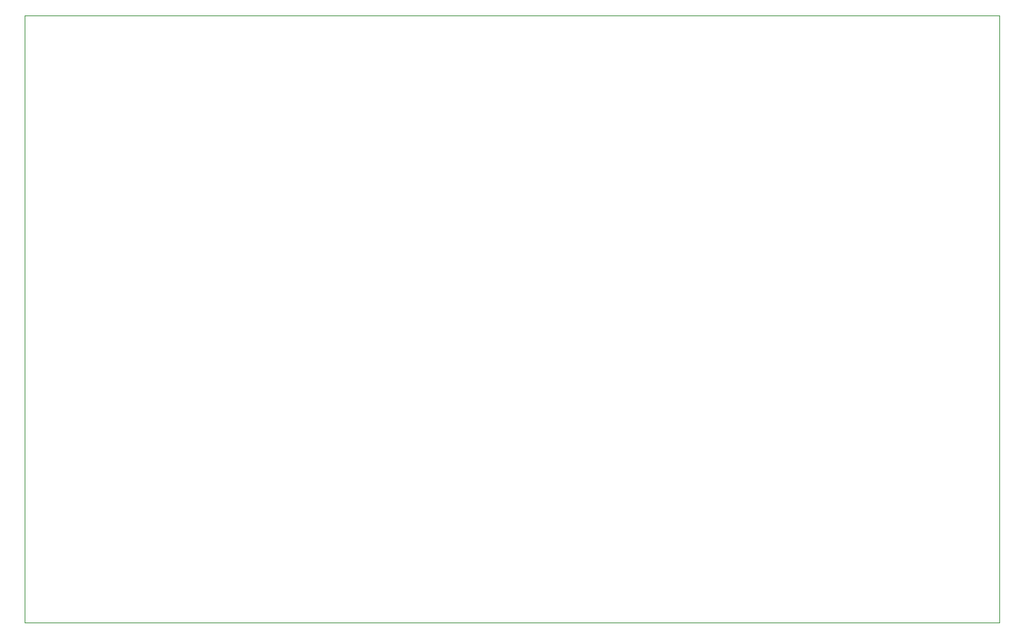
<source format=gbr>
%TF.GenerationSoftware,KiCad,Pcbnew,(6.0.7)*%
%TF.CreationDate,2022-10-17T13:11:34-04:00*%
%TF.ProjectId,FrontPanel,46726f6e-7450-4616-9e65-6c2e6b696361,rev?*%
%TF.SameCoordinates,Original*%
%TF.FileFunction,Profile,NP*%
%FSLAX46Y46*%
G04 Gerber Fmt 4.6, Leading zero omitted, Abs format (unit mm)*
G04 Created by KiCad (PCBNEW (6.0.7)) date 2022-10-17 13:11:34*
%MOMM*%
%LPD*%
G01*
G04 APERTURE LIST*
%TA.AperFunction,Profile*%
%ADD10C,0.100000*%
%TD*%
G04 APERTURE END LIST*
D10*
X156870400Y-13335000D02*
X274066000Y-13335000D01*
X274066000Y-13335000D02*
X274066000Y-86360000D01*
X274066000Y-86360000D02*
X156870400Y-86360000D01*
X156870400Y-86360000D02*
X156870400Y-13335000D01*
M02*

</source>
